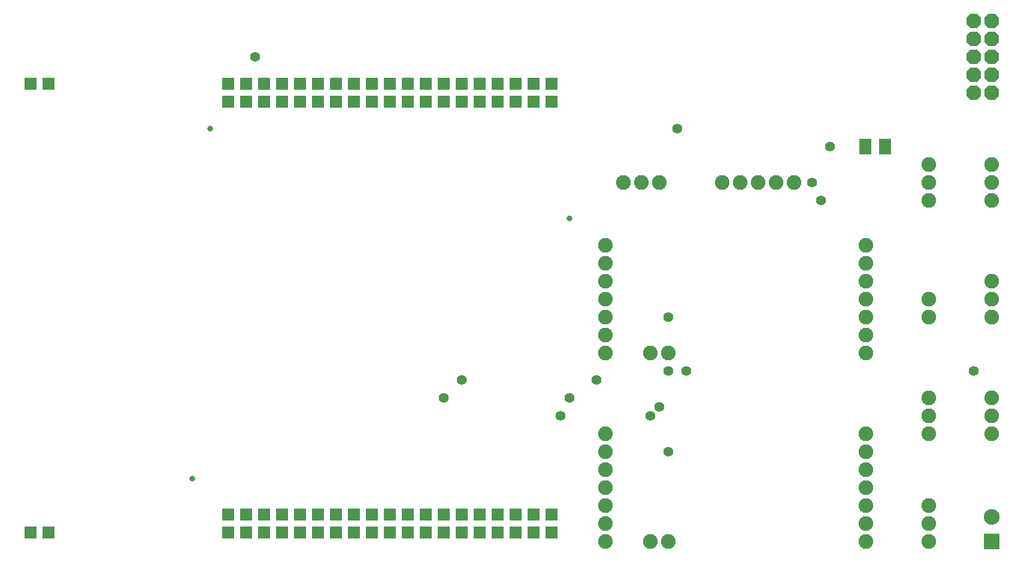
<source format=gts>
G75*
G70*
%OFA0B0*%
%FSLAX24Y24*%
%IPPOS*%
%LPD*%
%AMOC8*
5,1,8,0,0,1.08239X$1,22.5*
%
%ADD10R,0.0714X0.0714*%
%ADD11C,0.0316*%
%ADD12C,0.0820*%
%ADD13R,0.0710X0.0867*%
%ADD14OC8,0.0820*%
%ADD15R,0.0880X0.0880*%
%ADD16C,0.0880*%
%ADD17C,0.0556*%
D10*
X003100Y003100D03*
X004100Y003100D03*
X014100Y003100D03*
X015100Y003100D03*
X016100Y003100D03*
X017100Y003100D03*
X018100Y003100D03*
X019100Y003100D03*
X020100Y003100D03*
X021100Y003100D03*
X022100Y003100D03*
X023100Y003100D03*
X024100Y003100D03*
X025100Y003100D03*
X026100Y003100D03*
X027100Y003100D03*
X028100Y003100D03*
X029100Y003100D03*
X030100Y003100D03*
X031100Y003100D03*
X032100Y003100D03*
X032100Y004100D03*
X031100Y004100D03*
X030100Y004100D03*
X029100Y004100D03*
X028100Y004100D03*
X027100Y004100D03*
X026100Y004100D03*
X025100Y004100D03*
X024100Y004100D03*
X023100Y004100D03*
X022100Y004100D03*
X021100Y004100D03*
X020100Y004100D03*
X019100Y004100D03*
X018100Y004100D03*
X017100Y004100D03*
X016100Y004100D03*
X015100Y004100D03*
X014100Y004100D03*
X014100Y027100D03*
X014100Y028100D03*
X015100Y028100D03*
X015100Y027100D03*
X016100Y027100D03*
X017100Y027100D03*
X017100Y028100D03*
X016100Y028100D03*
X018100Y028100D03*
X018100Y027100D03*
X019100Y027100D03*
X020100Y027100D03*
X020100Y028100D03*
X019100Y028100D03*
X021100Y028100D03*
X021100Y027100D03*
X022100Y027100D03*
X022100Y028100D03*
X023100Y028100D03*
X024100Y028100D03*
X024100Y027100D03*
X023100Y027100D03*
X025100Y027100D03*
X025100Y028100D03*
X026100Y028100D03*
X027100Y028100D03*
X027100Y027100D03*
X026100Y027100D03*
X028100Y027100D03*
X028100Y028100D03*
X029100Y028100D03*
X030100Y028100D03*
X030100Y027100D03*
X029100Y027100D03*
X031100Y027100D03*
X031100Y028100D03*
X032100Y028100D03*
X032100Y027100D03*
X004100Y028100D03*
X003100Y028100D03*
D11*
X013100Y025600D03*
X033100Y020600D03*
X012100Y006100D03*
D12*
X035100Y005600D03*
X035100Y004600D03*
X035100Y003600D03*
X035100Y002600D03*
X037600Y002600D03*
X038600Y002600D03*
X035100Y006600D03*
X035100Y007600D03*
X035100Y008600D03*
X035100Y013100D03*
X035100Y014100D03*
X035100Y015100D03*
X035100Y016100D03*
X035100Y017100D03*
X035100Y018100D03*
X035100Y019100D03*
X036100Y022600D03*
X037100Y022600D03*
X038100Y022600D03*
X041600Y022600D03*
X042600Y022600D03*
X043600Y022600D03*
X044600Y022600D03*
X045600Y022600D03*
X049600Y019100D03*
X049600Y018100D03*
X049600Y017100D03*
X049600Y016100D03*
X049600Y015100D03*
X049600Y014100D03*
X049600Y013100D03*
X053100Y015100D03*
X053100Y016100D03*
X056600Y016100D03*
X056600Y015100D03*
X056600Y017100D03*
X056600Y021600D03*
X056600Y022600D03*
X056600Y023600D03*
X053100Y023600D03*
X053100Y022600D03*
X053100Y021600D03*
X038600Y013100D03*
X037600Y013100D03*
X049600Y008600D03*
X049600Y007600D03*
X049600Y006600D03*
X049600Y005600D03*
X049600Y004600D03*
X049600Y003600D03*
X049600Y002600D03*
X053100Y002600D03*
X053100Y003600D03*
X053100Y004600D03*
X053100Y008600D03*
X053100Y009600D03*
X053100Y010600D03*
X056600Y010600D03*
X056600Y009600D03*
X056600Y008600D03*
D13*
X050651Y024600D03*
X049549Y024600D03*
D14*
X055600Y027600D03*
X056600Y027600D03*
X056600Y028600D03*
X055600Y028600D03*
X055600Y029600D03*
X056600Y029600D03*
X056600Y030600D03*
X056600Y031600D03*
X055600Y031600D03*
X055600Y030600D03*
D15*
X056600Y002600D03*
D16*
X056600Y003978D03*
D17*
X055600Y012100D03*
X047100Y021600D03*
X046600Y022600D03*
X047600Y024600D03*
X039100Y025600D03*
X038600Y015100D03*
X038600Y012100D03*
X039600Y012100D03*
X038100Y010100D03*
X037600Y009600D03*
X038600Y007600D03*
X033100Y010600D03*
X032600Y009600D03*
X034600Y011600D03*
X027100Y011600D03*
X026100Y010600D03*
X015600Y029600D03*
M02*

</source>
